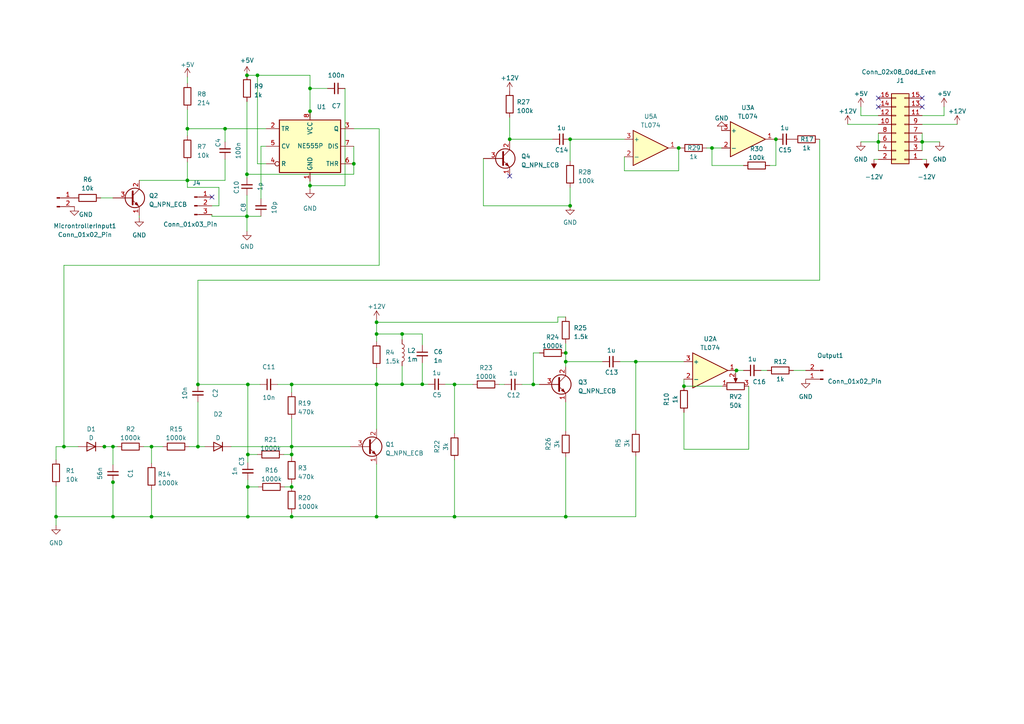
<source format=kicad_sch>
(kicad_sch (version 20230121) (generator eeschema)
  (paper "A4")
  (lib_symbols
    (symbol "Amplifier_Operational:TL074" (pin_names (offset 0.127))
      (property "Reference" "U" (at 0 5.08 0))
      (property "Value" "TL074" (at 0 -5.08 0))
      (symbol "TL074_1_1"
        (polyline (pts (xy -5.08 5.08) (xy 5.08 0) (xy -5.08 -5.08) (xy -5.08 5.08)) (stroke (width 0.254)) (fill (type background)))
        (pin output line (at 7.62 0 180) (length 2.54) (name "~") (number "1"))
        (pin input line (at -7.62 -2.54 0) (length 2.54) (name "-") (number "2"))
        (pin input line (at -7.62 2.54 0) (length 2.54) (name "+") (number "3"))
      )
      (symbol "TL074_2_1"
        (polyline (pts (xy -5.08 5.08) (xy 5.08 0) (xy -5.08 -5.08) (xy -5.08 5.08)) (stroke (width 0.254)) (fill (type background)))
        (pin input line (at -7.62 2.54 0) (length 2.54) (name "+") (number "5"))
        (pin input line (at -7.62 -2.54 0) (length 2.54) (name "-") (number "6"))
        (pin output line (at 7.62 0 180) (length 2.54) (name "~") (number "7"))
      )
      (symbol "TL074_3_1"
        (polyline (pts (xy -5.08 5.08) (xy 5.08 0) (xy -5.08 -5.08) (xy -5.08 5.08)) (stroke (width 0.254)) (fill (type background)))
        (pin input line (at -7.62 2.54 0) (length 2.54) (name "+") (number "10"))
        (pin output line (at 7.62 0 180) (length 2.54) (name "~") (number "8"))
        (pin input line (at -7.62 -2.54 0) (length 2.54) (name "-") (number "9"))
      )
      (symbol "TL074_4_1"
        (polyline (pts (xy -5.08 5.08) (xy 5.08 0) (xy -5.08 -5.08) (xy -5.08 5.08)) (stroke (width 0.254)) (fill (type background)))
        (pin input line (at -7.62 2.54 0) (length 2.54) (name "+") (number "12"))
        (pin input line (at -7.62 -2.54 0) (length 2.54) (name "-") (number "13"))
        (pin output line (at 7.62 0 180) (length 2.54) (name "~") (number "14"))
      )
      (symbol "TL074_5_1"
        (pin power_in line (at -2.54 -7.62 90) (length 3.81) (name "V-") (number "11"))
        (pin power_in line (at -2.54 7.62 270) (length 3.81) (name "V+") (number "4"))
      )
    )
    (symbol "Connector:Conn_01x02_Pin" (pin_names (offset 1.016) hide)
      (property "Reference" "J" (at 0 2.54 0))
      (property "Value" "Conn_01x02_Pin" (at 0 -5.08 0))
      (symbol "Conn_01x02_Pin_1_1"
        (polyline (pts (xy 1.27 -2.54) (xy 0.8636 -2.54)) (stroke (width 0.1524)))
        (polyline (pts (xy 1.27 0) (xy 0.8636 0)) (stroke (width 0.1524)))
        (rectangle (start 0.8636 -2.413) (end 0 -2.667) (stroke (width 0.1524)) (fill (type outline)))
        (rectangle (start 0.8636 0.127) (end 0 -0.127) (stroke (width 0.1524)) (fill (type outline)))
        (pin passive line (at 5.08 0 180) (length 3.81) (name "Pin_1") (number "1"))
        (pin passive line (at 5.08 -2.54 180) (length 3.81) (name "Pin_2") (number "2"))
      )
    )
    (symbol "Connector:Conn_01x03_Pin" (pin_names (offset 1.016) hide)
      (property "Reference" "J" (at 0 5.08 0))
      (property "Value" "Conn_01x03_Pin" (at 0 -5.08 0))
      (symbol "Conn_01x03_Pin_1_1"
        (polyline (pts (xy 1.27 -2.54) (xy 0.8636 -2.54)) (stroke (width 0.1524)))
        (polyline (pts (xy 1.27 0) (xy 0.8636 0)) (stroke (width 0.1524)))
        (polyline (pts (xy 1.27 2.54) (xy 0.8636 2.54)) (stroke (width 0.1524)))
        (rectangle (start 0.8636 -2.413) (end 0 -2.667) (stroke (width 0.1524)) (fill (type outline)))
        (rectangle (start 0.8636 0.127) (end 0 -0.127) (stroke (width 0.1524)) (fill (type outline)))
        (rectangle (start 0.8636 2.667) (end 0 2.413) (stroke (width 0.1524)) (fill (type outline)))
        (pin passive line (at 5.08 2.54 180) (length 3.81) (name "Pin_1") (number "1"))
        (pin passive line (at 5.08 0 180) (length 3.81) (name "Pin_2") (number "2"))
        (pin passive line (at 5.08 -2.54 180) (length 3.81) (name "Pin_3") (number "3"))
      )
    )
    (symbol "Connector_Generic:Conn_02x08_Odd_Even" (pin_names (offset 1.016) hide)
      (property "Reference" "J" (at 1.27 10.16 0))
      (property "Value" "Conn_02x08_Odd_Even" (at 1.27 -12.7 0))
      (symbol "Conn_02x08_Odd_Even_1_1"
        (rectangle (start -1.27 -10.033) (end 0 -10.287) (stroke (width 0.1524)))
        (rectangle (start -1.27 -7.493) (end 0 -7.747) (stroke (width 0.1524)))
        (rectangle (start -1.27 -4.953) (end 0 -5.207) (stroke (width 0.1524)))
        (rectangle (start -1.27 -2.413) (end 0 -2.667) (stroke (width 0.1524)))
        (rectangle (start -1.27 0.127) (end 0 -0.127) (stroke (width 0.1524)))
        (rectangle (start -1.27 2.667) (end 0 2.413) (stroke (width 0.1524)))
        (rectangle (start -1.27 5.207) (end 0 4.953) (stroke (width 0.1524)))
        (rectangle (start -1.27 7.747) (end 0 7.493) (stroke (width 0.1524)))
        (rectangle (start -1.27 8.89) (end 3.81 -11.43) (stroke (width 0.254)) (fill (type background)))
        (rectangle (start 3.81 -10.033) (end 2.54 -10.287) (stroke (width 0.1524)))
        (rectangle (start 3.81 -7.493) (end 2.54 -7.747) (stroke (width 0.1524)))
        (rectangle (start 3.81 -4.953) (end 2.54 -5.207) (stroke (width 0.1524)))
        (rectangle (start 3.81 -2.413) (end 2.54 -2.667) (stroke (width 0.1524)))
        (rectangle (start 3.81 0.127) (end 2.54 -0.127) (stroke (width 0.1524)))
        (rectangle (start 3.81 2.667) (end 2.54 2.413) (stroke (width 0.1524)))
        (rectangle (start 3.81 5.207) (end 2.54 4.953) (stroke (width 0.1524)))
        (rectangle (start 3.81 7.747) (end 2.54 7.493) (stroke (width 0.1524)))
        (pin passive line (at -5.08 7.62 0) (length 3.81) (name "Pin_1") (number "1"))
        (pin passive line (at 7.62 -2.54 180) (length 3.81) (name "Pin_10") (number "10"))
        (pin passive line (at -5.08 -5.08 0) (length 3.81) (name "Pin_11") (number "11"))
        (pin passive line (at 7.62 -5.08 180) (length 3.81) (name "Pin_12") (number "12"))
        (pin passive line (at -5.08 -7.62 0) (length 3.81) (name "Pin_13") (number "13"))
        (pin passive line (at 7.62 -7.62 180) (length 3.81) (name "Pin_14") (number "14"))
        (pin passive line (at -5.08 -10.16 0) (length 3.81) (name "Pin_15") (number "15"))
        (pin passive line (at 7.62 -10.16 180) (length 3.81) (name "Pin_16") (number "16"))
        (pin passive line (at 7.62 7.62 180) (length 3.81) (name "Pin_2") (number "2"))
        (pin passive line (at -5.08 5.08 0) (length 3.81) (name "Pin_3") (number "3"))
        (pin passive line (at 7.62 5.08 180) (length 3.81) (name "Pin_4") (number "4"))
        (pin passive line (at -5.08 2.54 0) (length 3.81) (name "Pin_5") (number "5"))
        (pin passive line (at 7.62 2.54 180) (length 3.81) (name "Pin_6") (number "6"))
        (pin passive line (at -5.08 0 0) (length 3.81) (name "Pin_7") (number "7"))
        (pin passive line (at 7.62 0 180) (length 3.81) (name "Pin_8") (number "8"))
        (pin passive line (at -5.08 -2.54 0) (length 3.81) (name "Pin_9") (number "9"))
      )
    )
    (symbol "Device:C_Small" (pin_numbers hide) (pin_names (offset 0.254) hide)
      (property "Reference" "C" (at 0.254 1.778 0))
      (property "Value" "C_Small" (at 0.254 -2.032 0))
      (symbol "C_Small_0_1"
        (polyline (pts (xy -1.524 -0.508) (xy 1.524 -0.508)) (stroke (width 0.3302)))
        (polyline (pts (xy -1.524 0.508) (xy 1.524 0.508)) (stroke (width 0.3048)))
      )
      (symbol "C_Small_1_1"
        (pin passive line (at 0 2.54 270) (length 2.032) (name "~") (number "1"))
        (pin passive line (at 0 -2.54 90) (length 2.032) (name "~") (number "2"))
      )
    )
    (symbol "Device:D" (pin_numbers hide) (pin_names (offset 1.016) hide)
      (property "Reference" "D" (at 0 2.54 0))
      (property "Value" "D" (at 0 -2.54 0))
      (symbol "D_0_1"
        (polyline (pts (xy -1.27 1.27) (xy -1.27 -1.27)) (stroke (width 0.254)))
        (polyline (pts (xy 1.27 0) (xy -1.27 0)))
        (polyline (pts (xy 1.27 1.27) (xy 1.27 -1.27) (xy -1.27 0) (xy 1.27 1.27)) (stroke (width 0.254)))
      )
      (symbol "D_1_1"
        (pin passive line (at -3.81 0 0) (length 2.54) (name "K") (number "1"))
        (pin passive line (at 3.81 0 180) (length 2.54) (name "A") (number "2"))
      )
    )
    (symbol "Device:L" (pin_numbers hide) (pin_names (offset 1.016) hide)
      (property "Reference" "L" (at -1.27 0 90))
      (property "Value" "L" (at 1.905 0 90))
      (symbol "L_0_1"
        (arc (start 0 -2.54) (mid 0.6323 -1.905) (end 0 -1.27))
        (arc (start 0 -1.27) (mid 0.6323 -0.635) (end 0 0))
        (arc (start 0 0) (mid 0.6323 0.635) (end 0 1.27))
        (arc (start 0 1.27) (mid 0.6323 1.905) (end 0 2.54))
      )
      (symbol "L_1_1"
        (pin passive line (at 0 3.81 270) (length 1.27) (name "1") (number "1"))
        (pin passive line (at 0 -3.81 90) (length 1.27) (name "2") (number "2"))
      )
    )
    (symbol "Device:Q_NPN_ECB" (pin_names (offset 0) hide)
      (property "Reference" "Q" (at 5.08 1.27 0))
      (property "Value" "Q_NPN_ECB" (at 5.08 -1.27 0))
      (symbol "Q_NPN_ECB_0_1"
        (polyline (pts (xy 0.635 0.635) (xy 2.54 2.54)))
        (polyline (pts (xy 0.635 -0.635) (xy 2.54 -2.54) (xy 2.54 -2.54)))
        (polyline (pts (xy 0.635 1.905) (xy 0.635 -1.905) (xy 0.635 -1.905)) (stroke (width 0.508)))
        (polyline (pts (xy 1.27 -1.778) (xy 1.778 -1.27) (xy 2.286 -2.286) (xy 1.27 -1.778) (xy 1.27 -1.778)) (fill (type outline)))
        (circle (center 1.27 0) (radius 2.8194) (stroke (width 0.254)))
      )
      (symbol "Q_NPN_ECB_1_1"
        (pin passive line (at 2.54 -5.08 90) (length 2.54) (name "E") (number "1"))
        (pin passive line (at 2.54 5.08 270) (length 2.54) (name "C") (number "2"))
        (pin passive line (at -5.08 0 0) (length 5.715) (name "B") (number "3"))
      )
    )
    (symbol "Device:R" (pin_numbers hide) (pin_names (offset 0))
      (property "Reference" "R" (at 2.032 0 90))
      (property "Value" "R" (at 0 0 90))
      (symbol "R_0_1"
        (rectangle (start -1.016 -2.54) (end 1.016 2.54) (stroke (width 0.254)))
      )
      (symbol "R_1_1"
        (pin passive line (at 0 3.81 270) (length 1.27) (name "~") (number "1"))
        (pin passive line (at 0 -3.81 90) (length 1.27) (name "~") (number "2"))
      )
    )
    (symbol "Device:R_Potentiometer" (pin_names (offset 1.016) hide)
      (property "Reference" "RV" (at -4.445 0 90))
      (property "Value" "R_Potentiometer" (at -2.54 0 90))
      (symbol "R_Potentiometer_0_1"
        (polyline (pts (xy 2.54 0) (xy 1.524 0)))
        (polyline (pts (xy 1.143 0) (xy 2.286 0.508) (xy 2.286 -0.508) (xy 1.143 0)) (fill (type outline)))
        (rectangle (start 1.016 2.54) (end -1.016 -2.54) (stroke (width 0.254)))
      )
      (symbol "R_Potentiometer_1_1"
        (pin passive line (at 0 3.81 270) (length 1.27) (name "1") (number "1"))
        (pin passive line (at 3.81 0 180) (length 1.27) (name "2") (number "2"))
        (pin passive line (at 0 -3.81 90) (length 1.27) (name "3") (number "3"))
      )
    )
    (symbol "Timer:NE555P"
      (property "Reference" "U" (at -10.16 8.89 0))
      (property "Value" "NE555P" (at 2.54 8.89 0))
      (symbol "NE555P_0_0"
        (pin power_in line (at 0 -10.16 90) (length 2.54) (name "GND") (number "1"))
        (pin power_in line (at 0 10.16 270) (length 2.54) (name "VCC") (number "8"))
      )
      (symbol "NE555P_0_1"
        (rectangle (start -8.89 -7.62) (end 8.89 7.62) (stroke (width 0.254)) (fill (type background)))
        (rectangle (start -8.89 -7.62) (end 8.89 7.62) (stroke (width 0.254)) (fill (type background)))
      )
      (symbol "NE555P_1_1"
        (pin input line (at -12.7 5.08 0) (length 3.81) (name "TR") (number "2"))
        (pin output line (at 12.7 5.08 180) (length 3.81) (name "Q") (number "3"))
        (pin input inverted (at -12.7 -5.08 0) (length 3.81) (name "R") (number "4"))
        (pin input line (at -12.7 0 0) (length 3.81) (name "CV") (number "5"))
        (pin input line (at 12.7 -5.08 180) (length 3.81) (name "THR") (number "6"))
        (pin input line (at 12.7 0 180) (length 3.81) (name "DIS") (number "7"))
      )
    )
    (symbol "power:+12V" (power) (pin_names (offset 0))
      (property "Value" "+12V" (at 0 3.556 0))
      (symbol "+12V_0_1"
        (polyline (pts (xy -0.762 1.27) (xy 0 2.54)))
        (polyline (pts (xy 0 0) (xy 0 2.54)))
        (polyline (pts (xy 0 2.54) (xy 0.762 1.27)))
      )
      (symbol "+12V_1_1"
        (pin power_in line (at 0 0 90) (length 0) hide (name "+12V") (number "1"))
      )
    )
    (symbol "power:+5V" (power) (pin_names (offset 0))
      (property "Value" "+5V" (at 0 3.556 0))
      (symbol "+5V_0_1"
        (polyline (pts (xy -0.762 1.27) (xy 0 2.54)))
        (polyline (pts (xy 0 0) (xy 0 2.54)))
        (polyline (pts (xy 0 2.54) (xy 0.762 1.27)))
      )
      (symbol "+5V_1_1"
        (pin power_in line (at 0 0 90) (length 0) hide (name "+5V") (number "1"))
      )
    )
    (symbol "power:-12V" (power) (pin_names (offset 0))
      (property "Value" "-12V" (at 0 3.81 0))
      (symbol "-12V_0_0"
        (pin power_in line (at 0 0 90) (length 0) hide (name "-12V") (number "1"))
      )
      (symbol "-12V_0_1"
        (polyline (pts (xy 0 0) (xy 0 1.27) (xy 0.762 1.27) (xy 0 2.54) (xy -0.762 1.27) (xy 0 1.27)) (fill (type outline)))
      )
    )
    (symbol "power:GND" (power) (pin_names (offset 0))
      (property "Value" "GND" (at 0 -3.81 0))
      (symbol "GND_0_1"
        (polyline (pts (xy 0 0) (xy 0 -1.27) (xy 1.27 -1.27) (xy 0 -2.54) (xy -1.27 -1.27) (xy 0 -1.27)))
      )
      (symbol "GND_1_1"
        (pin power_in line (at 0 0 270) (length 0) hide (name "GND") (number "1"))
      )
    )
  )
  (junction (at 71.882 111.506))
  (junction (at 206.502 42.926))
  (junction (at 71.882 141.224))
  (junction (at 213.614 107.442))
  (junction (at 16.256 149.86))
  (junction (at 54.356 37.338))
  (junction (at 71.882 149.86))
  (junction (at 32.766 129.54))
  (junction (at 267.462 41.148))
  (junction (at 184.404 104.902))
  (junction (at 109.22 149.86))
  (junction (at 57.404 129.54))
  (junction (at 57.404 111.506))
  (junction (at 74.676 21.844))
  (junction (at 43.942 129.54))
  (junction (at 43.942 149.86))
  (junction (at 54.356 52.324))
  (junction (at 18.542 129.54))
  (junction (at 71.628 21.844))
  (junction (at 116.6368 96.8756))
  (junction (at 131.826 111.506))
  (junction (at 154.686 111.506))
  (junction (at 65.278 37.338))
  (junction (at 71.628 50.546))
  (junction (at 109.22 93.472))
  (junction (at 164.084 102.362))
  (junction (at 32.766 139.8524))
  (junction (at 254.762 41.148))
  (junction (at 147.828 40.386))
  (junction (at 71.882 131.826))
  (junction (at 84.582 131.826))
  (junction (at 122.4788 111.4552))
  (junction (at 84.582 149.86))
  (junction (at 196.85 42.926))
  (junction (at 109.22 96.8756))
  (junction (at 89.916 25.654))
  (junction (at 84.582 111.506))
  (junction (at 225.044 40.386))
  (junction (at 84.582 129.54))
  (junction (at 131.826 149.86))
  (junction (at 164.084 104.902))
  (junction (at 30.2768 129.54))
  (junction (at 165.354 40.386))
  (junction (at 198.374 112.014))
  (junction (at 102.616 47.498))
  (junction (at 89.916 32.258))
  (junction (at 165.354 59.69))
  (junction (at 89.916 53.848))
  (junction (at 109.22 111.4552))
  (junction (at 109.22 111.506))
  (junction (at 164.084 149.86))
  (junction (at 71.628 62.738))
  (junction (at 32.766 149.86))
  (junction (at 84.582 141.224))
  (junction (at 116.6368 111.4552))
  (no_connect (at 254.762 28.448))
  (no_connect (at 267.462 28.448))
  (no_connect (at 267.462 30.988))
  (no_connect (at 147.828 51.054))
  (no_connect (at 61.468 57.15))
  (no_connect (at 254.762 30.988))
  (wire (pts (xy 224.536 40.386) (xy 225.044 40.386)))
  (wire (pts (xy 184.404 132.334) (xy 184.404 149.86)))
  (wire (pts (xy 184.404 104.902) (xy 179.832 104.902)))
  (wire (pts (xy 122.4788 111.4552) (xy 124.1044 111.4552)))
  (wire (pts (xy 54.356 37.338) (xy 54.356 39.37)))
  (wire (pts (xy 40.386 52.324) (xy 54.356 52.324)))
  (wire (pts (xy 140.208 59.69) (xy 165.354 59.69)))
  (wire (pts (xy 84.582 149.86) (xy 109.22 149.86)))
  (wire (pts (xy 109.22 106.68) (xy 109.22 111.4552)))
  (wire (pts (xy 122.4788 100.1268) (xy 122.4788 96.8756)))
  (wire (pts (xy 164.084 102.362) (xy 164.084 104.902)))
  (wire (pts (xy 109.982 76.962) (xy 18.542 76.962)))
  (wire (pts (xy 32.766 139.7) (xy 32.766 139.8524)))
  (wire (pts (xy 254.762 41.148) (xy 254.762 43.688)))
  (wire (pts (xy 84.582 129.54) (xy 101.6 129.54)))
  (wire (pts (xy 43.942 141.986) (xy 43.942 149.86)))
  (wire (pts (xy 89.916 21.844) (xy 74.676 21.844)))
  (wire (pts (xy 102.616 42.418) (xy 102.616 47.498)))
  (wire (pts (xy 160.274 40.386) (xy 147.828 40.386)))
  (wire (pts (xy 71.628 62.738) (xy 71.628 67.056)))
  (wire (pts (xy 131.826 133.35) (xy 131.826 149.86)))
  (wire (pts (xy 16.256 149.86) (xy 32.766 149.86)))
  (wire (pts (xy 75.692 57.658) (xy 75.692 42.418)))
  (wire (pts (xy 100.076 53.848) (xy 89.916 53.848)))
  (wire (pts (xy 71.628 62.738) (xy 75.692 62.738)))
  (wire (pts (xy 40.386 62.484) (xy 40.386 63.119)))
  (wire (pts (xy 89.916 53.848) (xy 89.916 54.864)))
  (wire (pts (xy 61.468 62.23) (xy 61.468 62.738)))
  (wire (pts (xy 181.102 45.466) (xy 181.102 49.53)))
  (wire (pts (xy 249.682 33.528) (xy 254.762 33.528)))
  (wire (pts (xy 102.616 50.546) (xy 102.616 47.498)))
  (wire (pts (xy 32.766 129.54) (xy 32.766 134.7724)))
  (wire (pts (xy 80.518 111.506) (xy 84.582 111.506)))
  (wire (pts (xy 237.744 40.386) (xy 237.744 81.28)))
  (wire (pts (xy 253.492 46.228) (xy 254.762 46.228)))
  (wire (pts (xy 206.502 48.006) (xy 206.502 42.926)))
  (wire (pts (xy 75.692 42.418) (xy 77.216 42.418)))
  (wire (pts (xy 245.872 36.068) (xy 254.762 36.068)))
  (wire (pts (xy 181.102 49.53) (xy 196.85 49.53)))
  (wire (pts (xy 43.942 129.54) (xy 43.942 134.366)))
  (wire (pts (xy 54.356 46.99) (xy 54.356 52.324)))
  (wire (pts (xy 137.16 111.506) (xy 131.826 111.506)))
  (wire (pts (xy 30.226 129.54) (xy 30.2768 129.54)))
  (wire (pts (xy 144.78 111.506) (xy 146.304 111.506)))
  (wire (pts (xy 184.404 124.714) (xy 184.404 104.902)))
  (wire (pts (xy 71.628 50.546) (xy 71.628 51.562)))
  (wire (pts (xy 71.882 149.86) (xy 84.582 149.86)))
  (wire (pts (xy 89.916 32.258) (xy 89.916 34.29)))
  (wire (pts (xy 196.342 42.926) (xy 196.85 42.926)))
  (wire (pts (xy 71.882 131.826) (xy 71.882 134.112)))
  (wire (pts (xy 84.582 111.506) (xy 109.22 111.506)))
  (wire (pts (xy 204.978 42.926) (xy 206.502 42.926)))
  (wire (pts (xy 63.5 54.356) (xy 63.5 59.69)))
  (wire (pts (xy 16.256 149.86) (xy 16.256 152.4)))
  (wire (pts (xy 32.766 139.8524) (xy 32.766 149.86)))
  (wire (pts (xy 84.582 111.506) (xy 84.582 113.792)))
  (wire (pts (xy 54.356 22.352) (xy 54.356 24.13)))
  (wire (pts (xy 165.354 40.386) (xy 181.102 40.386)))
  (wire (pts (xy 41.656 129.54) (xy 43.942 129.54)))
  (wire (pts (xy 223.266 48.006) (xy 225.044 48.006)))
  (wire (pts (xy 225.044 48.006) (xy 225.044 40.386)))
  (wire (pts (xy 71.882 111.506) (xy 75.438 111.506)))
  (wire (pts (xy 84.582 131.826) (xy 84.582 132.588)))
  (wire (pts (xy 164.084 104.902) (xy 174.752 104.902)))
  (wire (pts (xy 74.676 21.844) (xy 71.628 21.844)))
  (wire (pts (xy 151.384 111.506) (xy 154.686 111.506)))
  (wire (pts (xy 109.22 92.71) (xy 109.22 93.472)))
  (wire (pts (xy 122.4788 96.8756) (xy 116.6368 96.8756)))
  (wire (pts (xy 32.766 149.86) (xy 43.942 149.86)))
  (wire (pts (xy 267.462 36.068) (xy 277.622 36.068)))
  (wire (pts (xy 74.93 141.224) (xy 71.882 141.224)))
  (wire (pts (xy 140.208 45.974) (xy 140.208 59.69)))
  (wire (pts (xy 196.85 42.926) (xy 197.358 42.926)))
  (wire (pts (xy 184.404 104.902) (xy 198.374 104.902)))
  (wire (pts (xy 65.278 41.148) (xy 65.278 37.338)))
  (wire (pts (xy 116.6368 106.1212) (xy 116.6368 111.4552)))
  (wire (pts (xy 131.826 111.4552) (xy 131.826 111.506)))
  (wire (pts (xy 122.4788 105.2068) (xy 122.4788 111.4552)))
  (wire (pts (xy 77.216 47.498) (xy 74.676 47.498)))
  (wire (pts (xy 254.762 38.608) (xy 254.762 41.148)))
  (wire (pts (xy 129.1844 111.4552) (xy 131.826 111.4552)))
  (wire (pts (xy 84.582 140.208) (xy 84.582 141.224)))
  (wire (pts (xy 67.056 129.54) (xy 84.582 129.54)))
  (wire (pts (xy 161.798 91.948) (xy 164.084 91.948)))
  (wire (pts (xy 63.5 59.69) (xy 61.468 59.69)))
  (wire (pts (xy 109.22 93.472) (xy 161.798 93.472)))
  (wire (pts (xy 109.22 134.62) (xy 109.22 149.86)))
  (wire (pts (xy 65.278 37.338) (xy 77.216 37.338)))
  (wire (pts (xy 109.22 96.8756) (xy 109.22 99.06)))
  (wire (pts (xy 74.676 131.826) (xy 71.882 131.826)))
  (wire (pts (xy 18.542 129.54) (xy 22.6568 129.54)))
  (wire (pts (xy 57.404 129.54) (xy 59.436 129.54)))
  (wire (pts (xy 209.55 112.014) (xy 198.374 112.014)))
  (wire (pts (xy 213.614 107.442) (xy 215.646 107.442)))
  (wire (pts (xy 184.404 149.86) (xy 164.084 149.86)))
  (wire (pts (xy 249.682 41.148) (xy 254.762 41.148)))
  (wire (pts (xy 71.882 139.192) (xy 71.882 141.224)))
  (wire (pts (xy 165.354 40.386) (xy 165.354 46.736)))
  (wire (pts (xy 164.084 132.588) (xy 164.084 149.86)))
  (wire (pts (xy 213.36 107.442) (xy 213.614 107.442)))
  (wire (pts (xy 109.982 37.338) (xy 109.982 76.962)))
  (wire (pts (xy 89.916 52.578) (xy 89.916 53.848)))
  (wire (pts (xy 57.404 81.28) (xy 57.404 111.506)))
  (wire (pts (xy 89.916 21.844) (xy 89.916 25.654)))
  (wire (pts (xy 30.2768 129.54) (xy 32.766 129.54)))
  (wire (pts (xy 65.278 46.228) (xy 65.278 52.324)))
  (wire (pts (xy 198.374 112.014) (xy 198.374 109.982)))
  (wire (pts (xy 57.404 111.506) (xy 71.882 111.506)))
  (wire (pts (xy 164.084 99.568) (xy 164.084 102.362)))
  (wire (pts (xy 267.462 41.148) (xy 272.542 41.148)))
  (wire (pts (xy 54.356 52.324) (xy 54.356 54.356)))
  (wire (pts (xy 54.356 54.356) (xy 63.5 54.356)))
  (wire (pts (xy 198.374 130.302) (xy 217.17 130.302)))
  (wire (pts (xy 147.828 34.036) (xy 147.828 40.386)))
  (wire (pts (xy 94.996 25.654) (xy 89.916 25.654)))
  (wire (pts (xy 147.828 40.386) (xy 147.828 40.894)))
  (wire (pts (xy 161.798 93.472) (xy 161.798 91.948)))
  (wire (pts (xy 109.22 111.4552) (xy 116.6368 111.4552)))
  (wire (pts (xy 206.502 48.006) (xy 215.646 48.006)))
  (wire (pts (xy 61.468 62.738) (xy 71.628 62.738)))
  (wire (pts (xy 116.6368 111.4552) (xy 122.4788 111.4552)))
  (wire (pts (xy 84.582 148.844) (xy 84.582 149.86)))
  (wire (pts (xy 71.882 141.224) (xy 71.882 149.86)))
  (wire (pts (xy 154.686 102.362) (xy 154.686 111.506)))
  (wire (pts (xy 116.6368 98.5012) (xy 116.6368 96.8756)))
  (wire (pts (xy 164.084 116.586) (xy 164.084 124.968)))
  (wire (pts (xy 84.582 129.54) (xy 84.582 131.826)))
  (wire (pts (xy 273.812 33.528) (xy 273.812 30.988)))
  (wire (pts (xy 267.462 38.608) (xy 267.462 41.148)))
  (wire (pts (xy 43.942 149.86) (xy 71.882 149.86)))
  (wire (pts (xy 267.462 41.148) (xy 267.462 43.688)))
  (wire (pts (xy 82.296 131.826) (xy 84.582 131.826)))
  (wire (pts (xy 267.462 33.528) (xy 273.812 33.528)))
  (wire (pts (xy 54.864 129.54) (xy 57.404 129.54)))
  (wire (pts (xy 237.744 81.28) (xy 57.404 81.28)))
  (wire (pts (xy 16.256 129.54) (xy 16.256 133.35)))
  (wire (pts (xy 74.676 21.844) (xy 74.676 47.498)))
  (wire (pts (xy 100.076 25.654) (xy 100.076 53.848)))
  (wire (pts (xy 109.22 149.86) (xy 131.826 149.86)))
  (wire (pts (xy 89.916 25.654) (xy 89.916 32.258)))
  (wire (pts (xy 230.124 107.442) (xy 233.68 107.442)))
  (wire (pts (xy 43.942 129.54) (xy 47.244 129.54)))
  (wire (pts (xy 16.256 129.54) (xy 18.542 129.54)))
  (wire (pts (xy 71.628 50.546) (xy 102.616 50.546)))
  (wire (pts (xy 57.404 116.586) (xy 57.404 129.54)))
  (wire (pts (xy 131.826 111.506) (xy 131.826 125.73)))
  (wire (pts (xy 206.502 42.926) (xy 209.296 42.926)))
  (wire (pts (xy 196.85 49.53) (xy 196.85 42.926)))
  (wire (pts (xy 220.726 107.442) (xy 222.504 107.442)))
  (wire (pts (xy 54.356 52.324) (xy 65.278 52.324)))
  (wire (pts (xy 71.628 29.464) (xy 71.628 50.546)))
  (wire (pts (xy 154.686 111.506) (xy 156.464 111.506)))
  (wire (pts (xy 267.462 46.228) (xy 268.732 46.228)))
  (wire (pts (xy 109.22 111.4552) (xy 109.22 111.506)))
  (wire (pts (xy 102.616 37.338) (xy 109.982 37.338)))
  (wire (pts (xy 16.256 140.97) (xy 16.256 149.86)))
  (wire (pts (xy 82.55 141.224) (xy 84.582 141.224)))
  (wire (pts (xy 109.22 111.506) (xy 109.22 124.46)))
  (wire (pts (xy 164.084 149.86) (xy 131.826 149.86)))
  (wire (pts (xy 249.682 30.988) (xy 249.682 33.528)))
  (wire (pts (xy 18.542 76.962) (xy 18.542 129.54)))
  (wire (pts (xy 29.21 57.404) (xy 32.766 57.404)))
  (wire (pts (xy 71.882 111.506) (xy 71.882 131.826)))
  (wire (pts (xy 54.356 31.75) (xy 54.356 37.338)))
  (wire (pts (xy 213.36 107.442) (xy 213.36 108.204)))
  (wire (pts (xy 116.6368 96.8756) (xy 109.22 96.8756)))
  (wire (pts (xy 165.354 54.356) (xy 165.354 59.69)))
  (wire (pts (xy 217.17 112.014) (xy 217.17 130.302)))
  (wire (pts (xy 109.22 93.472) (xy 109.22 96.8756)))
  (wire (pts (xy 198.374 119.634) (xy 198.374 130.302)))
  (wire (pts (xy 71.628 56.642) (xy 71.628 62.738)))
  (wire (pts (xy 164.084 104.902) (xy 164.084 106.426)))
  (wire (pts (xy 65.278 37.338) (xy 54.356 37.338)))
  (wire (pts (xy 156.464 102.362) (xy 154.686 102.362)))
  (wire (pts (xy 84.582 121.412) (xy 84.582 129.54)))
  (wire (pts (xy 32.766 129.54) (xy 34.036 129.54)))
  (symbol (lib_id "Device:R_Potentiometer") (at 213.36 112.014 90) (unit 1)
    (property "Reference" "RV2" (at 213.36 115.062 90))
    (property "Value" "50k" (at 213.36 117.602 90))
    (property "Footprint" "Connector_JST:JST_EH_S3B-EH_1x03_P2.50mm_Horizontal" (effects hide))
  )
  (symbol (lib_id "Amplifier_Operational:TL074") (at 205.994 107.442 0) (unit 1)
    (property "Reference" "U2" (at 205.994 98.298 0))
    (property "Value" "TL074" (at 205.994 100.838 0))
    (property "Datasheet" "http://www.ti.com/lit/ds/symlink/tl071.pdf" (effects hide))
  )
  (symbol (lib_id "Device:R") (at 147.828 30.226 0) (unit 1)
    (property "Reference" "R27" (at 149.86 29.591 0) (effects (justify left)))
    (property "Value" "100k" (at 149.86 32.131 0) (effects (justify left)))
    (property "Footprint" "Resistor_SMD:R_1206_3216Metric_Pad1.30x1.75mm_HandSolder" (effects hide))
  )
  (symbol (lib_id "power:+5V") (at 54.356 22.352 0) (unit 1)
    (property "Reference" "#PWR015" (effects hide))
    (property "Value" "+5V" (at 54.356 18.796 0))
  )
  (symbol (lib_id "Connector_Generic:Conn_02x08_Odd_Even") (at 262.382 38.608 180) (unit 1)
    (property "Reference" "J1" (at 261.112 23.368 0))
    (property "Value" "Conn_02x08_Odd_Even" (at 260.7056 20.8788 0))
    (property "Footprint" "Connector_IDC:IDC-Header_2x08_P2.54mm_Vertical_SMD" (effects hide))
  )
  (symbol (lib_id "power:+5V") (at 71.628 21.844 0) (unit 1)
    (property "Reference" "#PWR013" (effects hide))
    (property "Value" "+5V" (at 71.628 17.526 0))
  )
  (symbol (lib_id "Device:R") (at 184.404 128.524 180) (unit 1)
    (property "Reference" "R5" (at 179.324 128.524 90))
    (property "Value" "3k" (at 181.864 128.524 90))
    (property "Footprint" "Resistor_SMD:R_1206_3216Metric_Pad1.30x1.75mm_HandSolder" (effects hide))
  )
  (symbol (lib_id "Device:C_Small") (at 218.186 107.442 90) (unit 1)
    (property "Reference" "C16" (at 220.218 110.744 90))
    (property "Value" "1u" (at 218.1923 104.14 90))
    (property "Footprint" "Capacitor_SMD:C_1206_3216Metric_Pad1.33x1.80mm_HandSolder" (effects hide))
  )
  (symbol (lib_id "Device:R") (at 51.054 129.54 90) (unit 1)
    (property "Reference" "R15" (at 51.054 124.46 90))
    (property "Value" "1000k" (at 51.054 127 90))
    (property "Footprint" "Resistor_SMD:R_1206_3216Metric_Pad1.30x1.75mm_HandSolder" (effects hide))
  )
  (symbol (lib_id "power:GND") (at 165.354 59.69 0) (unit 1)
    (property "Reference" "#PWR022" (effects hide))
    (property "Value" "GND" (at 165.354 64.516 0))
  )
  (symbol (lib_id "Device:Q_NPN_ECB") (at 37.846 57.404 0) (unit 1)
    (property "Reference" "Q2" (at 43.18 56.769 0) (effects (justify left)))
    (property "Value" "Q_NPN_ECB" (at 43.18 59.309 0) (effects (justify left)))
    (property "Footprint" "Package_TO_SOT_SMD:SOT-23-3" (effects hide))
  )
  (symbol (lib_id "Device:R") (at 78.74 141.224 270) (unit 1)
    (property "Reference" "R16" (at 78.74 136.398 90))
    (property "Value" "1000k" (at 78.74 138.938 90))
    (property "Footprint" "Resistor_SMD:R_1206_3216Metric_Pad1.30x1.75mm_HandSolder" (effects hide))
  )
  (symbol (lib_id "Device:Q_NPN_ECB") (at 145.288 45.974 0) (unit 1)
    (property "Reference" "Q4" (at 151.13 45.339 0) (effects (justify left)))
    (property "Value" "Q_NPN_ECB" (at 151.13 47.879 0) (effects (justify left)))
    (property "Footprint" "Package_TO_SOT_SMD:SOT-23-3" (effects hide))
  )
  (symbol (lib_id "power:GND") (at 272.542 41.148 0) (unit 1)
    (property "Reference" "#PWR04" (effects hide))
    (property "Value" "GND" (at 272.542 46.228 0))
  )
  (symbol (lib_id "Device:R") (at 201.168 42.926 270) (unit 1)
    (property "Reference" "R29" (at 201.295 42.926 90))
    (property "Value" "1k" (at 201.168 45.466 90))
    (property "Footprint" "Resistor_SMD:R_1206_3216Metric_Pad1.30x1.75mm_HandSolder" (effects hide))
  )
  (symbol (lib_id "power:GND") (at 209.296 37.846 180) (unit 1)
    (property "Reference" "#PWR019" (effects hide))
    (property "Value" "GND" (at 209.296 34.29 0))
  )
  (symbol (lib_id "Device:C_Small") (at 227.584 40.386 90) (unit 1)
    (property "Reference" "C15" (at 227.6856 43.4848 90))
    (property "Value" "1u" (at 227.5903 37.084 90))
    (property "Footprint" "Capacitor_SMD:C_1206_3216Metric_Pad1.33x1.80mm_HandSolder" (effects hide))
  )
  (symbol (lib_id "Device:C_Small") (at 122.4788 102.6668 0) (unit 1)
    (property "Reference" "C6" (at 125.73 102.0381 0) (effects (justify left)))
    (property "Value" "1n" (at 125.73 104.5781 0) (effects (justify left)))
    (property "Footprint" "Capacitor_SMD:C_1206_3216Metric_Pad1.33x1.80mm_HandSolder" (effects hide))
  )
  (symbol (lib_id "power:-12V") (at 253.492 46.228 180) (unit 1)
    (property "Reference" "#PWR01" (effects hide))
    (property "Value" "-12V" (at 253.492 51.308 0))
  )
  (symbol (lib_id "power:GND") (at 21.59 59.944 0) (unit 1)
    (property "Reference" "#PWR020" (effects hide))
    (property "Value" "GND" (at 24.892 62.23 0))
  )
  (symbol (lib_id "Device:R") (at 25.4 57.404 90) (unit 1)
    (property "Reference" "R6" (at 25.4 52.07 90))
    (property "Value" "10k" (at 25.4 54.61 90))
    (property "Footprint" "Resistor_SMD:R_1206_3216Metric_Pad1.30x1.75mm_HandSolder" (effects hide))
  )
  (symbol (lib_id "Device:C_Small") (at 65.278 43.688 180) (unit 1)
    (property "Reference" "C4" (at 63.246 41.402 90))
    (property "Value" "100n" (at 69.088 43.688 90))
    (property "Footprint" "Capacitor_SMD:C_1206_3216Metric_Pad1.33x1.80mm_HandSolder" (effects hide))
  )
  (symbol (lib_id "Device:R") (at 84.582 145.034 0) (unit 1)
    (property "Reference" "R20" (at 86.36 144.399 0) (effects (justify left)))
    (property "Value" "1000k" (at 86.36 146.939 0) (effects (justify left)))
    (property "Footprint" "Resistor_SMD:R_1206_3216Metric_Pad1.30x1.75mm_HandSolder" (effects hide))
  )
  (symbol (lib_id "Device:R") (at 131.826 129.54 180) (unit 1)
    (property "Reference" "R22" (at 126.746 129.54 90))
    (property "Value" "3k" (at 129.286 129.54 90))
    (property "Footprint" "Resistor_SMD:R_1206_3216Metric_Pad1.30x1.75mm_HandSolder" (effects hide))
  )
  (symbol (lib_id "Amplifier_Operational:TL074") (at 216.916 40.386 0) (unit 1)
    (property "Reference" "U3" (at 216.916 31.242 0))
    (property "Value" "TL074" (at 216.916 33.782 0))
    (property "Datasheet" "http://www.ti.com/lit/ds/symlink/tl071.pdf" (effects hide))
  )
  (symbol (lib_id "Device:R") (at 160.274 102.362 270) (unit 1)
    (property "Reference" "R24" (at 160.274 97.79 90))
    (property "Value" "1000k" (at 160.274 100.33 90))
    (property "Footprint" "Resistor_SMD:R_1206_3216Metric_Pad1.30x1.75mm_HandSolder" (effects hide))
  )
  (symbol (lib_id "power:+12V") (at 245.872 36.068 0) (unit 1)
    (property "Reference" "#PWR06" (effects hide))
    (property "Value" "+12V" (at 245.872 32.258 0))
  )
  (symbol (lib_id "Device:R") (at 78.486 131.826 270) (unit 1)
    (property "Reference" "R21" (at 78.486 127.508 90))
    (property "Value" "1000k" (at 78.486 130.048 90))
    (property "Footprint" "Resistor_SMD:R_1206_3216Metric_Pad1.30x1.75mm_HandSolder" (effects hide))
  )
  (symbol (lib_id "Device:R") (at 71.628 25.654 0) (unit 1)
    (property "Reference" "R9" (at 73.66 25.019 0) (effects (justify left)))
    (property "Value" "1k" (at 73.66 27.559 0) (effects (justify left)))
    (property "Footprint" "Resistor_SMD:R_1206_3216Metric_Pad1.30x1.75mm_HandSolder" (effects hide))
  )
  (symbol (lib_id "power:+12V") (at 277.622 36.068 0) (unit 1)
    (property "Reference" "#PWR07" (effects hide))
    (property "Value" "+12V" (at 277.622 32.258 0))
  )
  (symbol (lib_id "power:GND") (at 233.68 109.982 0) (unit 1)
    (property "Reference" "#PWR017" (effects hide))
    (property "Value" "GND" (at 233.68 115.062 0))
  )
  (symbol (lib_id "Connector:Conn_01x03_Pin") (at 56.388 59.69 0) (unit 1)
    (property "Reference" "J4" (at 57.023 53.086 0))
    (property "Value" "Conn_01x03_Pin" (at 55.2196 65.0748 0))
    (property "Footprint" "Connector_JST:JST_EH_S3B-EH_1x03_P2.50mm_Horizontal" (effects hide))
  )
  (symbol (lib_id "Device:R") (at 109.22 102.87 0) (unit 1)
    (property "Reference" "R4" (at 111.76 102.235 0) (effects (justify left)))
    (property "Value" "1.5k" (at 111.76 104.775 0) (effects (justify left)))
    (property "Footprint" "Resistor_SMD:R_1206_3216Metric_Pad1.30x1.75mm_HandSolder" (effects hide))
  )
  (symbol (lib_id "power:+5V") (at 249.682 30.988 0) (unit 1)
    (property "Reference" "#PWR09" (effects hide))
    (property "Value" "+5V" (at 249.682 27.178 0))
  )
  (symbol (lib_id "Connector:Conn_01x02_Pin") (at 16.51 57.404 0) (unit 1)
    (property "Reference" "MicrontrollerInput1" (at 24.638 65.532 0))
    (property "Value" "Conn_01x02_Pin" (at 24.638 68.072 0))
    (property "Footprint" "Connector_JST:JST_EH_S2B-EH_1x02_P2.50mm_Horizontal" (effects hide))
  )
  (symbol (lib_id "Device:R") (at 84.582 117.602 0) (unit 1)
    (property "Reference" "R19" (at 86.36 116.967 0) (effects (justify left)))
    (property "Value" "470k" (at 86.36 119.507 0) (effects (justify left)))
    (property "Footprint" "Resistor_SMD:R_1206_3216Metric_Pad1.30x1.75mm_HandSolder" (effects hide))
  )
  (symbol (lib_id "Device:R") (at 164.084 128.778 180) (unit 1)
    (property "Reference" "R26" (at 159.004 128.778 90))
    (property "Value" "3k" (at 161.544 128.778 90))
    (property "Footprint" "Resistor_SMD:R_1206_3216Metric_Pad1.30x1.75mm_HandSolder" (effects hide))
  )
  (symbol (lib_id "power:GND") (at 71.628 67.056 0) (unit 1)
    (property "Reference" "#PWR014" (effects hide))
    (property "Value" "GND" (at 71.628 71.501 0))
  )
  (symbol (lib_id "Device:C_Small") (at 162.814 40.386 90) (unit 1)
    (property "Reference" "C14" (at 162.9156 43.4848 90))
    (property "Value" "1u" (at 162.8203 37.084 90))
    (property "Footprint" "Capacitor_SMD:C_1206_3216Metric_Pad1.33x1.80mm_HandSolder" (effects hide))
  )
  (symbol (lib_id "Device:C_Small") (at 126.6444 111.4552 90) (unit 1)
    (property "Reference" "C5" (at 126.746 114.554 90))
    (property "Value" "1u" (at 126.6507 108.1532 90))
    (property "Footprint" "Capacitor_SMD:C_1206_3216Metric_Pad1.33x1.80mm_HandSolder" (effects hide))
  )
  (symbol (lib_id "power:GND") (at 16.256 152.4 0) (unit 1)
    (property "Reference" "#PWR012" (effects hide))
    (property "Value" "GND" (at 16.256 157.48 0))
  )
  (symbol (lib_id "Amplifier_Operational:TL074") (at 188.722 42.926 0) (unit 1)
    (property "Reference" "U5" (at 188.722 33.782 0))
    (property "Value" "TL074" (at 188.722 36.322 0))
    (property "Datasheet" "http://www.ti.com/lit/ds/symlink/tl071.pdf" (effects hide))
  )
  (symbol (lib_id "Connector:Conn_01x02_Pin") (at 238.76 109.982 180) (unit 1)
    (property "Reference" "Output1" (at 236.982 103.124 0) (effects (justify right)))
    (property "Value" "Conn_01x02_Pin" (at 240.03 110.617 0) (effects (justify right)))
    (property "Footprint" "Connector_JST:JST_EH_S2B-EH_1x02_P2.50mm_Horizontal" (effects hide))
  )
  (symbol (lib_id "Device:D") (at 63.246 129.54 180) (unit 1)
    (property "Reference" "D2" (at 63.246 120.142 0))
    (property "Value" "D" (at 63.246 127 0))
    (property "Footprint" "Diode_SMD:D_1206_3216Metric_Pad1.42x1.75mm_HandSolder" (effects hide))
    (property "Sim.Device" "D" (effects hide))
    (property "Sim.Pins" "1=K 2=A" (effects hide))
  )
  (symbol (lib_id "Device:C_Small") (at 75.692 60.198 180) (unit 1)
    (property "Reference" "C8" (at 70.612 60.1917 90))
    (property "Value" "10p" (at 79.502 60.198 90))
    (property "Footprint" "Capacitor_SMD:C_1206_3216Metric_Pad1.33x1.80mm_HandSolder" (effects hide))
  )
  (symbol (lib_id "power:+5V") (at 273.812 30.988 0) (unit 1)
    (property "Reference" "#PWR08" (effects hide))
    (property "Value" "+5V" (at 273.812 27.178 0))
  )
  (symbol (lib_id "Timer:NE555P") (at 89.916 42.418 0) (unit 1)
    (property "Reference" "U1" (at 91.8719 30.988 0) (effects (justify left)))
    (property "Value" "NE555P" (at 86.2076 42.3164 0) (effects (justify left)))
    (property "Footprint" "Package_DIP:DIP-8_W7.62mm" (effects hide))
    (property "Datasheet" "http://www.ti.com/lit/ds/symlink/ne555.pdf" (effects hide))
  )
  (symbol (lib_id "Device:L") (at 116.6368 102.3112 0) (unit 1)
    (property "Reference" "L2" (at 118.11 101.6762 0) (effects (justify left)))
    (property "Value" "1m" (at 118.11 104.2162 0) (effects (justify left)))
    (property "Footprint" "Inductor_SMD:L_1206_3216Metric_Pad1.42x1.75mm_HandSolder" (effects hide))
  )
  (symbol (lib_id "Device:C_Small") (at 71.882 136.652 0) (unit 1)
    (property "Reference" "C3" (at 70.104 133.858 90))
    (property "Value" "1n" (at 68.072 136.652 90))
    (property "Footprint" "Capacitor_SMD:C_1206_3216Metric_Pad1.33x1.80mm_HandSolder" (effects hide))
  )
  (symbol (lib_id "Device:R") (at 140.97 111.506 270) (unit 1)
    (property "Reference" "R23" (at 140.97 106.68 90))
    (property "Value" "1000k" (at 140.97 109.22 90))
    (property "Footprint" "Resistor_SMD:R_1206_3216Metric_Pad1.30x1.75mm_HandSolder" (effects hide))
  )
  (symbol (lib_id "Device:C_Small") (at 148.844 111.506 90) (unit 1)
    (property "Reference" "C12" (at 148.9456 114.6048 90))
    (property "Value" "1u" (at 148.8503 108.204 90))
    (property "Footprint" "Capacitor_SMD:C_1206_3216Metric_Pad1.33x1.80mm_HandSolder" (effects hide))
  )
  (symbol (lib_id "power:GND") (at 40.386 63.119 0) (unit 1)
    (property "Reference" "#PWR018" (effects hide))
    (property "Value" "GND" (at 40.386 68.199 0))
  )
  (symbol (lib_id "Device:R") (at 165.354 50.546 0) (unit 1)
    (property "Reference" "R28" (at 167.64 49.911 0) (effects (justify left)))
    (property "Value" "100k" (at 167.64 52.451 0) (effects (justify left)))
    (property "Footprint" "Resistor_SMD:R_1206_3216Metric_Pad1.30x1.75mm_HandSolder" (effects hide))
  )
  (symbol (lib_id "power:-12V") (at 268.732 46.228 180) (unit 1)
    (property "Reference" "#PWR03" (effects hide))
    (property "Value" "-12V" (at 268.732 51.308 0))
  )
  (symbol (lib_id "Device:R") (at 164.084 95.758 0) (unit 1)
    (property "Reference" "R25" (at 166.37 95.123 0) (effects (justify left)))
    (property "Value" "1.5k" (at 166.37 97.663 0) (effects (justify left)))
    (property "Footprint" "Resistor_SMD:R_1206_3216Metric_Pad1.30x1.75mm_HandSolder" (effects hide))
  )
  (symbol (lib_id "power:+12V") (at 109.22 92.71 0) (unit 1)
    (property "Reference" "#PWR010" (effects hide))
    (property "Value" "+12V" (at 109.22 88.9 0))
  )
  (symbol (lib_id "Device:R") (at 54.356 43.18 0) (unit 1)
    (property "Reference" "R7" (at 57.15 42.545 0) (effects (justify left)))
    (property "Value" "10k" (at 57.15 45.085 0) (effects (justify left)))
    (property "Footprint" "Resistor_SMD:R_1206_3216Metric_Pad1.30x1.75mm_HandSolder" (effects hide))
  )
  (symbol (lib_id "Device:R") (at 84.582 136.398 0) (unit 1)
    (property "Reference" "R3" (at 86.36 135.763 0) (effects (justify left)))
    (property "Value" "470k" (at 86.36 138.303 0) (effects (justify left)))
    (property "Footprint" "Resistor_SMD:R_1206_3216Metric_Pad1.30x1.75mm_HandSolder" (effects hide))
  )
  (symbol (lib_id "Device:R") (at 16.256 137.16 0) (unit 1)
    (property "Reference" "R1" (at 19.05 136.525 0) (effects (justify left)))
    (property "Value" "10k" (at 19.05 139.065 0) (effects (justify left)))
    (property "Footprint" "Resistor_SMD:R_1206_3216Metric_Pad1.30x1.75mm_HandSolder" (effects hide))
  )
  (symbol (lib_id "Device:C_Small") (at 57.404 114.046 0) (unit 1)
    (property "Reference" "C2" (at 62.484 114.0523 90))
    (property "Value" "10n" (at 53.594 114.046 90))
    (property "Footprint" "Capacitor_SMD:C_1206_3216Metric_Pad1.33x1.80mm_HandSolder" (effects hide))
  )
  (symbol (lib_id "Device:R") (at 233.934 40.386 270) (unit 1)
    (property "Reference" "R17" (at 234.061 40.386 90))
    (property "Value" "1k" (at 233.934 42.926 90))
    (property "Footprint" "Resistor_SMD:R_1206_3216Metric_Pad1.30x1.75mm_HandSolder" (effects hide))
  )
  (symbol (lib_id "Device:R") (at 54.356 27.94 0) (unit 1)
    (property "Reference" "R8" (at 57.15 27.305 0) (effects (justify left)))
    (property "Value" "214" (at 57.15 29.845 0) (effects (justify left)))
    (property "Footprint" "Resistor_SMD:R_1206_3216Metric_Pad1.30x1.75mm_HandSolder" (effects hide))
  )
  (symbol (lib_id "Device:R") (at 37.846 129.54 90) (unit 1)
    (property "Reference" "R2" (at 37.846 124.46 90))
    (property "Value" "1000k" (at 37.846 127 90))
    (property "Footprint" "Resistor_SMD:R_1206_3216Metric_Pad1.30x1.75mm_HandSolder" (effects hide))
  )
  (symbol (lib_id "Device:Q_NPN_ECB") (at 161.544 111.506 0) (unit 1)
    (property "Reference" "Q3" (at 167.64 110.871 0) (effects (justify left)))
    (property "Value" "Q_NPN_ECB" (at 167.64 113.411 0) (effects (justify left)))
    (property "Footprint" "Package_TO_SOT_SMD:SOT-23-3" (effects hide))
  )
  (symbol (lib_id "Device:R") (at 226.314 107.442 270) (unit 1)
    (property "Reference" "R12" (at 226.314 104.902 90))
    (property "Value" "1k" (at 226.314 109.982 90))
    (property "Footprint" "Resistor_SMD:R_1206_3216Metric_Pad1.30x1.75mm_HandSolder" (effects hide))
  )
  (symbol (lib_id "Device:C_Small") (at 177.292 104.902 90) (unit 1)
    (property "Reference" "C13" (at 177.3936 108.0008 90))
    (property "Value" "1u" (at 177.2983 101.6 90))
    (property "Footprint" "Capacitor_SMD:C_1206_3216Metric_Pad1.33x1.80mm_HandSolder" (effects hide))
  )
  (symbol (lib_id "Device:C_Small") (at 32.766 137.3124 0) (unit 1)
    (property "Reference" "C1" (at 37.846 137.3187 90))
    (property "Value" "56n" (at 28.956 137.3124 90))
    (property "Footprint" "Capacitor_SMD:C_1206_3216Metric_Pad1.33x1.80mm_HandSolder" (effects hide))
  )
  (symbol (lib_id "Device:R") (at 43.942 138.176 180) (unit 1)
    (property "Reference" "R14" (at 45.72 137.541 0) (effects (justify right)))
    (property "Value" "1000k" (at 45.72 140.081 0) (effects (justify right)))
    (property "Footprint" "Resistor_SMD:R_1206_3216Metric_Pad1.30x1.75mm_HandSolder" (effects hide))
  )
  (symbol (lib_id "Device:C_Small") (at 77.978 111.506 90) (unit 1)
    (property "Reference" "C11" (at 77.9843 106.426 90))
    (property "Value" "10n" (at 77.978 115.316 90))
    (property "Footprint" "Capacitor_SMD:C_1206_3216Metric_Pad1.33x1.80mm_HandSolder" (effects hide))
  )
  (symbol (lib_id "power:+12V") (at 147.828 26.416 0) (unit 1)
    (property "Reference" "#PWR021" (effects hide))
    (property "Value" "+12V" (at 147.828 22.606 0))
  )
  (symbol (lib_id "Device:Q_NPN_ECB") (at 106.68 129.54 0) (unit 1)
    (property "Reference" "Q1" (at 111.76 128.905 0) (effects (justify left)))
    (property "Value" "Q_NPN_ECB" (at 111.76 131.445 0) (effects (justify left)))
    (property "Footprint" "Package_TO_SOT_SMD:SOT-23-3" (effects hide))
  )
  (symbol (lib_id "Device:R") (at 219.456 48.006 90) (unit 1)
    (property "Reference" "R30" (at 219.456 43.18 90))
    (property "Value" "100k" (at 219.456 45.72 90))
    (property "Footprint" "Resistor_SMD:R_1206_3216Metric_Pad1.30x1.75mm_HandSolder" (effects hide))
  )
  (symbol (lib_id "Device:D") (at 26.4668 129.54 180) (unit 1)
    (property "Reference" "D1" (at 26.4668 124.46 0))
    (property "Value" "D" (at 26.4668 127 0))
    (property "Footprint" "Diode_SMD:D_1206_3216Metric_Pad1.42x1.75mm_HandSolder" (effects hide))
    (property "Sim.Device" "D" (effects hide))
    (property "Sim.Pins" "1=K 2=A" (effects hide))
  )
  (symbol (lib_id "Device:R") (at 198.374 115.824 180) (unit 1)
    (property "Reference" "R10" (at 193.294 115.824 90))
    (property "Value" "1k" (at 195.834 115.824 90))
    (property "Footprint" "Resistor_SMD:R_1206_3216Metric_Pad1.30x1.75mm_HandSolder" (effects hide))
  )
  (symbol (lib_id "power:GND") (at 249.682 41.148 0) (unit 1)
    (property "Reference" "#PWR05" (effects hide))
    (property "Value" "GND" (at 249.682 46.228 0))
  )
  (symbol (lib_id "Device:C_Small") (at 71.628 54.102 180) (unit 1)
    (property "Reference" "C10" (at 68.58 54.356 90))
    (property "Value" "1p" (at 75.438 54.102 90))
    (property "Footprint" "Capacitor_SMD:C_1206_3216Metric_Pad1.33x1.80mm_HandSolder" (effects hide))
  )
  (symbol (lib_id "power:GND") (at 89.916 54.864 0) (unit 1)
    (property "Reference" "#PWR016" (effects hide))
    (property "Value" "GND" (at 89.916 60.452 0))
  )
  (symbol (lib_id "Device:C_Small") (at 97.536 25.654 270) (unit 1)
    (property "Reference" "C7" (at 97.5297 30.734 90))
    (property "Value" "100n" (at 97.536 21.844 90))
    (property "Footprint" "Capacitor_SMD:C_1206_3216Metric_Pad1.33x1.80mm_HandSolder" (effects hide))
  )
)
</source>
